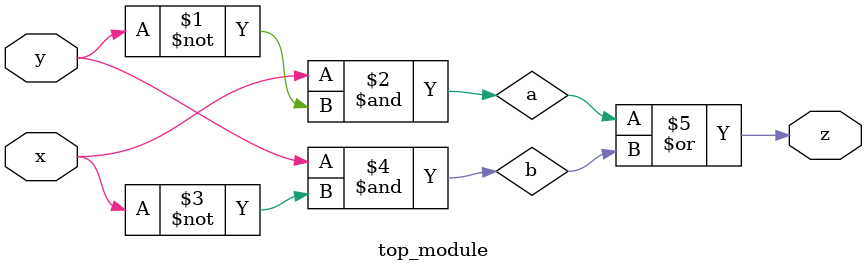
<source format=sv>
module top_module(
    input x,
    input y,
    output z);

    wire a, b;

    assign a = x & ~y;
    assign b = y & ~x;
    assign z = a | b;

endmodule

</source>
